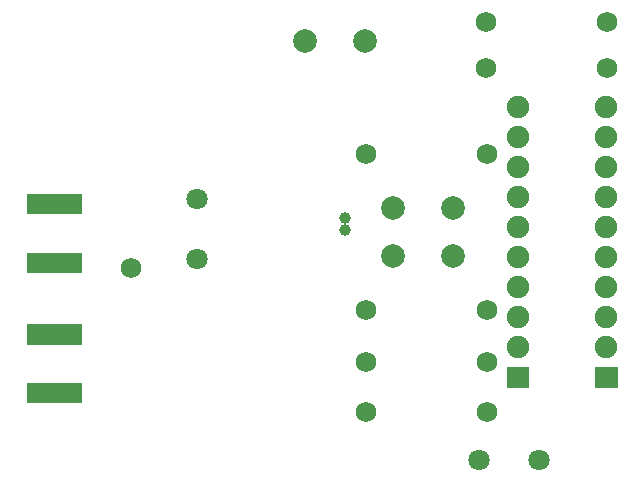
<source format=gbs>
G04 Layer: BottomSolderMaskLayer*
G04 EasyEDA v6.4.5, 2020-09-10T22:57:59+08:00*
G04 36a55f9fcc144517bb6f4fc5ac697fe8,26442c311dbe4305b3cc573dcfb82818,10*
G04 Gerber Generator version 0.2*
G04 Scale: 100 percent, Rotated: No, Reflected: No *
G04 Dimensions in millimeters *
G04 leading zeros omitted , absolute positions ,3 integer and 3 decimal *
%FSLAX33Y33*%
%MOMM*%
G90*
G71D02*

%ADD34C,1.727200*%
%ADD36C,1.003198*%
%ADD37C,1.803197*%
%ADD39C,1.903197*%
%ADD45C,2.003196*%

%LPD*%
G54D34*
G01X9779Y22225D03*
G54D36*
G01X27940Y26407D03*
G01X27940Y25407D03*
G54D34*
G01X29647Y31877D03*
G01X39948Y31877D03*
G54D37*
G01X15367Y22987D03*
G01X15367Y28067D03*
G54D39*
G01X42545Y35814D03*
G01X42545Y33274D03*
G01X42545Y30734D03*
G01X42545Y28194D03*
G01X42545Y25654D03*
G01X42545Y23114D03*
G01X42545Y20574D03*
G01X42545Y18034D03*
G01X42545Y15494D03*
G36*
G01X41592Y12065D02*
G01X41592Y13843D01*
G01X43497Y13843D01*
G01X43497Y12065D01*
G01X41592Y12065D01*
G37*
G01X50038Y35814D03*
G01X50038Y33274D03*
G01X50038Y30734D03*
G01X50038Y28194D03*
G01X50038Y25654D03*
G01X50038Y23114D03*
G01X50038Y20574D03*
G01X50038Y18034D03*
G01X50038Y15494D03*
G36*
G01X49085Y12065D02*
G01X49085Y13843D01*
G01X50990Y13843D01*
G01X50990Y12065D01*
G01X49085Y12065D01*
G37*
G36*
G01X952Y21793D02*
G01X952Y23520D01*
G01X5651Y23520D01*
G01X5651Y21793D01*
G01X952Y21793D01*
G37*
G36*
G01X952Y26771D02*
G01X952Y28498D01*
G01X5651Y28498D01*
G01X5651Y26771D01*
G01X952Y26771D01*
G37*
G36*
G01X952Y10744D02*
G01X952Y12471D01*
G01X5651Y12471D01*
G01X5651Y10744D01*
G01X952Y10744D01*
G37*
G36*
G01X952Y15722D02*
G01X952Y17449D01*
G01X5651Y17449D01*
G01X5651Y15722D01*
G01X952Y15722D01*
G37*
G54D37*
G01X39243Y5969D03*
G01X44323Y5969D03*
G54D45*
G01X32004Y27305D03*
G01X37084Y27305D03*
G01X32004Y23241D03*
G01X37084Y23241D03*
G01X29591Y41402D03*
G01X24511Y41402D03*
G54D34*
G01X39807Y43053D03*
G01X50108Y43053D03*
G01X39807Y39116D03*
G01X50108Y39116D03*
G01X39948Y18669D03*
G01X29647Y18669D03*
G01X39948Y14224D03*
G01X29647Y14224D03*
G01X39948Y10033D03*
G01X29647Y10033D03*
M00*
M02*

</source>
